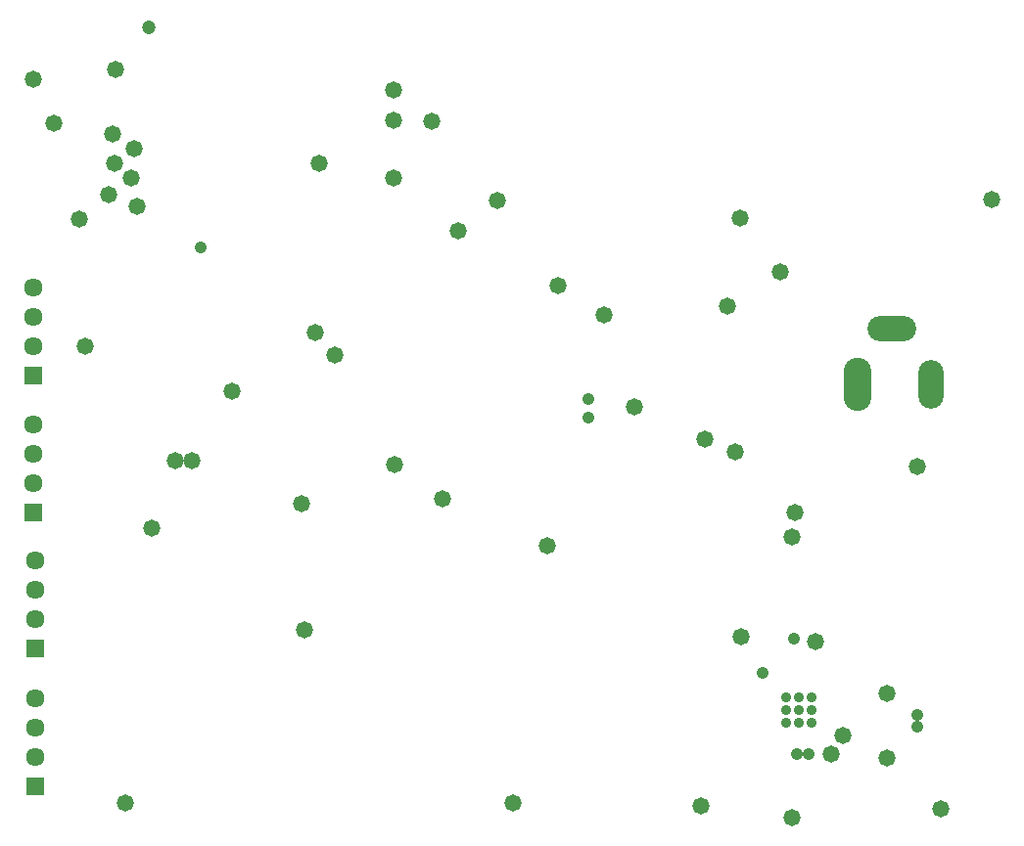
<source format=gbs>
G04*
G04 #@! TF.GenerationSoftware,Altium Limited,Altium Designer,20.0.7 (75)*
G04*
G04 Layer_Color=16711935*
%FSLAX25Y25*%
%MOIN*%
G70*
G01*
G75*
%ADD88C,0.06343*%
%ADD89R,0.06343X0.06343*%
%ADD90O,0.09461X0.18123*%
%ADD91O,0.16548X0.08674*%
%ADD92O,0.08674X0.16548*%
%ADD93C,0.05800*%
%ADD94C,0.04147*%
%ADD95C,0.04737*%
%ADD96C,0.03556*%
D88*
X28233Y49552D02*
D03*
Y39552D02*
D03*
Y29552D02*
D03*
Y76304D02*
D03*
Y86304D02*
D03*
Y96304D02*
D03*
X27741Y122722D02*
D03*
Y132722D02*
D03*
Y142722D02*
D03*
Y189474D02*
D03*
Y179474D02*
D03*
Y169474D02*
D03*
D89*
X28233Y19552D02*
D03*
Y66304D02*
D03*
X27741Y112722D02*
D03*
Y159474D02*
D03*
D90*
X308366Y156496D02*
D03*
D91*
X319783Y175394D02*
D03*
D92*
X333169Y156496D02*
D03*
D93*
X59055Y13780D02*
D03*
X263779Y183071D02*
D03*
X120079Y72835D02*
D03*
X190945Y13780D02*
D03*
X336614Y11811D02*
D03*
X54626Y241634D02*
D03*
X61024Y226870D02*
D03*
X62008Y236713D02*
D03*
X53150Y220965D02*
D03*
X45276Y169291D02*
D03*
X43307Y212598D02*
D03*
X185531Y218996D02*
D03*
X55610Y263779D02*
D03*
X34449Y245571D02*
D03*
X150098Y226870D02*
D03*
X55118Y231791D02*
D03*
X150446Y129082D02*
D03*
X123524Y174213D02*
D03*
X130413Y166339D02*
D03*
X81693Y130413D02*
D03*
X75787D02*
D03*
X119095Y115650D02*
D03*
X95403Y154104D02*
D03*
X172244Y208661D02*
D03*
X318406Y29035D02*
D03*
X221949Y180118D02*
D03*
X256400Y137796D02*
D03*
X27559Y260335D02*
D03*
X232283Y148622D02*
D03*
X353838Y219488D02*
D03*
X163386Y246063D02*
D03*
X150099Y246555D02*
D03*
X67913Y107283D02*
D03*
X318406Y51122D02*
D03*
X62992Y217027D02*
D03*
X125000Y231791D02*
D03*
X167027Y117323D02*
D03*
X202756Y101378D02*
D03*
X328740Y128445D02*
D03*
X268701Y70374D02*
D03*
X150099Y256890D02*
D03*
X285925Y104331D02*
D03*
X286910Y112697D02*
D03*
X293799Y68898D02*
D03*
X206201Y189961D02*
D03*
X266525Y133366D02*
D03*
X285925Y8858D02*
D03*
X281988Y194882D02*
D03*
X268278Y213022D02*
D03*
X303150Y36909D02*
D03*
X254921Y12795D02*
D03*
X299213Y30512D02*
D03*
D94*
X286693Y69606D02*
D03*
X291629Y30305D02*
D03*
X216535Y151575D02*
D03*
X216587Y145229D02*
D03*
X276083Y58071D02*
D03*
X287501Y30512D02*
D03*
X84646Y203248D02*
D03*
X328543Y43799D02*
D03*
Y39665D02*
D03*
D95*
X66929Y278234D02*
D03*
D96*
X284055Y40945D02*
D03*
Y45276D02*
D03*
Y49606D02*
D03*
X288386Y40945D02*
D03*
Y45276D02*
D03*
Y49606D02*
D03*
X292717Y40945D02*
D03*
Y45276D02*
D03*
Y49606D02*
D03*
M02*

</source>
